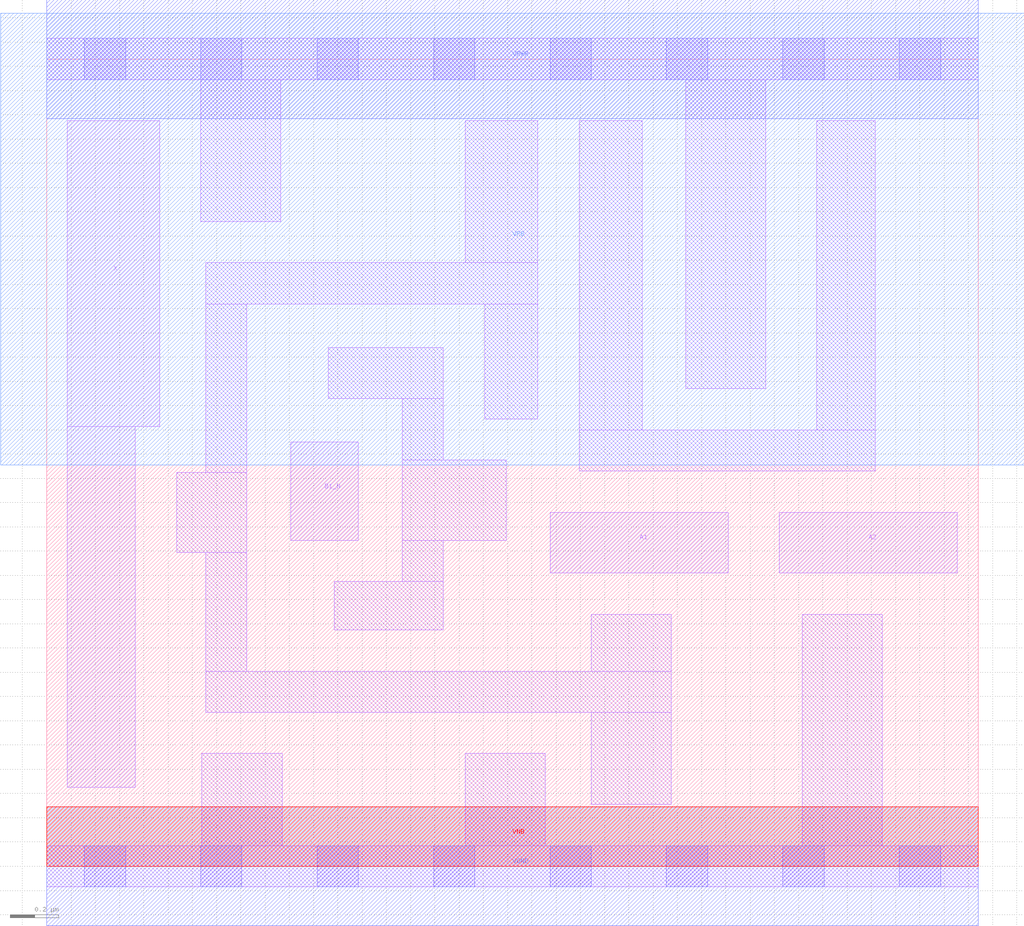
<source format=lef>
# Copyright 2020 The SkyWater PDK Authors
#
# Licensed under the Apache License, Version 2.0 (the "License");
# you may not use this file except in compliance with the License.
# You may obtain a copy of the License at
#
#     https://www.apache.org/licenses/LICENSE-2.0
#
# Unless required by applicable law or agreed to in writing, software
# distributed under the License is distributed on an "AS IS" BASIS,
# WITHOUT WARRANTIES OR CONDITIONS OF ANY KIND, either express or implied.
# See the License for the specific language governing permissions and
# limitations under the License.
#
# SPDX-License-Identifier: Apache-2.0

VERSION 5.7 ;
  NOWIREEXTENSIONATPIN ON ;
  DIVIDERCHAR "/" ;
  BUSBITCHARS "[]" ;
MACRO sky130_fd_sc_lp__a21bo_1
  CLASS CORE ;
  FOREIGN sky130_fd_sc_lp__a21bo_1 ;
  ORIGIN  0.000000  0.000000 ;
  SIZE  3.840000 BY  3.330000 ;
  SYMMETRY X Y R90 ;
  SITE unit ;
  PIN A1
    ANTENNAGATEAREA  0.315000 ;
    DIRECTION INPUT ;
    USE SIGNAL ;
    PORT
      LAYER li1 ;
        RECT 2.075000 1.210000 2.810000 1.460000 ;
    END
  END A1
  PIN A2
    ANTENNAGATEAREA  0.315000 ;
    DIRECTION INPUT ;
    USE SIGNAL ;
    PORT
      LAYER li1 ;
        RECT 3.020000 1.210000 3.755000 1.460000 ;
    END
  END A2
  PIN B1_N
    ANTENNAGATEAREA  0.126000 ;
    DIRECTION INPUT ;
    USE SIGNAL ;
    PORT
      LAYER li1 ;
        RECT 1.005000 1.345000 1.285000 1.750000 ;
    END
  END B1_N
  PIN X
    ANTENNADIFFAREA  0.556500 ;
    DIRECTION OUTPUT ;
    USE SIGNAL ;
    PORT
      LAYER li1 ;
        RECT 0.085000 0.325000 0.365000 1.815000 ;
        RECT 0.085000 1.815000 0.465000 3.075000 ;
    END
  END X
  PIN VGND
    DIRECTION INOUT ;
    USE GROUND ;
    PORT
      LAYER met1 ;
        RECT 0.000000 -0.245000 3.840000 0.245000 ;
    END
  END VGND
  PIN VNB
    DIRECTION INOUT ;
    USE GROUND ;
    PORT
      LAYER pwell ;
        RECT 0.000000 0.000000 3.840000 0.245000 ;
    END
  END VNB
  PIN VPB
    DIRECTION INOUT ;
    USE POWER ;
    PORT
      LAYER nwell ;
        RECT -0.190000 1.655000 4.030000 3.520000 ;
    END
  END VPB
  PIN VPWR
    DIRECTION INOUT ;
    USE POWER ;
    PORT
      LAYER met1 ;
        RECT 0.000000 3.085000 3.840000 3.575000 ;
    END
  END VPWR
  OBS
    LAYER li1 ;
      RECT 0.000000 -0.085000 3.840000 0.085000 ;
      RECT 0.000000  3.245000 3.840000 3.415000 ;
      RECT 0.535000  1.295000 0.825000 1.625000 ;
      RECT 0.635000  2.660000 0.965000 3.245000 ;
      RECT 0.640000  0.085000 0.970000 0.465000 ;
      RECT 0.655000  0.635000 2.575000 0.805000 ;
      RECT 0.655000  0.805000 0.825000 1.295000 ;
      RECT 0.655000  1.625000 0.825000 2.320000 ;
      RECT 0.655000  2.320000 2.025000 2.490000 ;
      RECT 1.160000  1.930000 1.635000 2.140000 ;
      RECT 1.185000  0.975000 1.635000 1.175000 ;
      RECT 1.465000  1.175000 1.635000 1.345000 ;
      RECT 1.465000  1.345000 1.895000 1.675000 ;
      RECT 1.465000  1.675000 1.635000 1.930000 ;
      RECT 1.725000  0.085000 2.055000 0.465000 ;
      RECT 1.725000  2.490000 2.025000 3.075000 ;
      RECT 1.805000  1.845000 2.025000 2.320000 ;
      RECT 2.195000  1.630000 3.415000 1.800000 ;
      RECT 2.195000  1.800000 2.455000 3.075000 ;
      RECT 2.245000  0.255000 2.575000 0.635000 ;
      RECT 2.245000  0.805000 2.575000 1.040000 ;
      RECT 2.635000  1.970000 2.965000 3.245000 ;
      RECT 3.115000  0.085000 3.445000 1.040000 ;
      RECT 3.175000  1.800000 3.415000 3.075000 ;
    LAYER mcon ;
      RECT 0.155000 -0.085000 0.325000 0.085000 ;
      RECT 0.155000  3.245000 0.325000 3.415000 ;
      RECT 0.635000 -0.085000 0.805000 0.085000 ;
      RECT 0.635000  3.245000 0.805000 3.415000 ;
      RECT 1.115000 -0.085000 1.285000 0.085000 ;
      RECT 1.115000  3.245000 1.285000 3.415000 ;
      RECT 1.595000 -0.085000 1.765000 0.085000 ;
      RECT 1.595000  3.245000 1.765000 3.415000 ;
      RECT 2.075000 -0.085000 2.245000 0.085000 ;
      RECT 2.075000  3.245000 2.245000 3.415000 ;
      RECT 2.555000 -0.085000 2.725000 0.085000 ;
      RECT 2.555000  3.245000 2.725000 3.415000 ;
      RECT 3.035000 -0.085000 3.205000 0.085000 ;
      RECT 3.035000  3.245000 3.205000 3.415000 ;
      RECT 3.515000 -0.085000 3.685000 0.085000 ;
      RECT 3.515000  3.245000 3.685000 3.415000 ;
  END
END sky130_fd_sc_lp__a21bo_1
END LIBRARY

</source>
